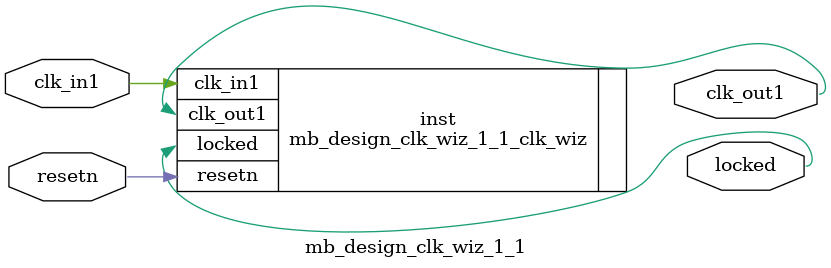
<source format=v>


`timescale 1ps/1ps

(* CORE_GENERATION_INFO = "mb_design_clk_wiz_1_1,clk_wiz_v6_0_4_0_0,{component_name=mb_design_clk_wiz_1_1,use_phase_alignment=true,use_min_o_jitter=false,use_max_i_jitter=false,use_dyn_phase_shift=false,use_inclk_switchover=false,use_dyn_reconfig=false,enable_axi=0,feedback_source=FDBK_AUTO,PRIMITIVE=MMCM,num_out_clk=1,clkin1_period=10.000,clkin2_period=10.000,use_power_down=false,use_reset=true,use_locked=true,use_inclk_stopped=false,feedback_type=SINGLE,CLOCK_MGR_TYPE=NA,manual_override=false}" *)

module mb_design_clk_wiz_1_1 
 (
  // Clock out ports
  output        clk_out1,
  // Status and control signals
  input         resetn,
  output        locked,
 // Clock in ports
  input         clk_in1
 );

  mb_design_clk_wiz_1_1_clk_wiz inst
  (
  // Clock out ports  
  .clk_out1(clk_out1),
  // Status and control signals               
  .resetn(resetn), 
  .locked(locked),
 // Clock in ports
  .clk_in1(clk_in1)
  );

endmodule

</source>
